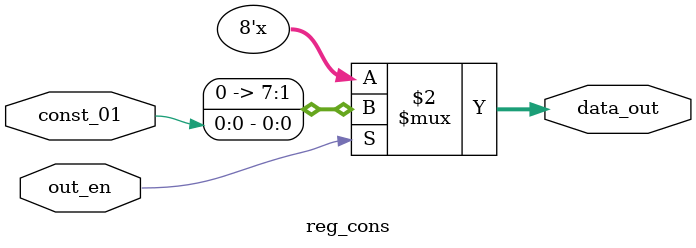
<source format=v>
`timescale 1ns / 1ps

module reg_cons(
    input out_en,
    input const_01,
    output [7:0] data_out
    );

    assign data_out = (out_en == 1'b1) ? {7'b0, const_01} : 8'bZ;

endmodule

</source>
